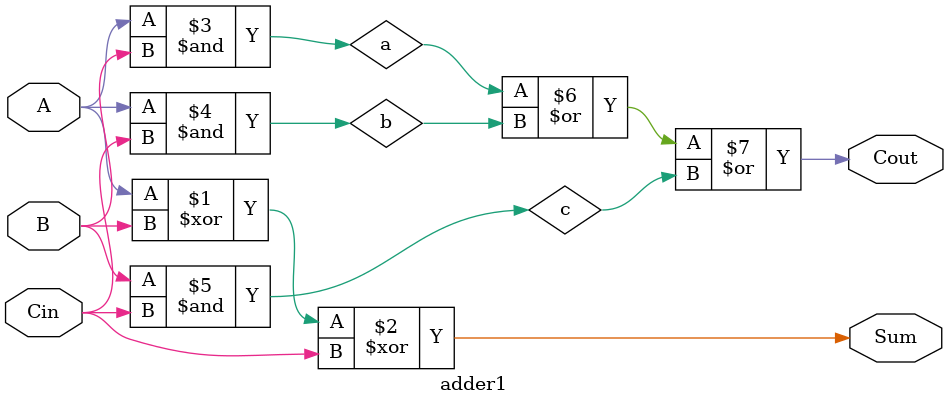
<source format=v>
module adder1 (
  input A, 
  input B, 
  input Cin, 
  output Sum, 
  output Cout
);
  xor x1 (Sum, A, B, Cin);
  and a1 (a, A, B);
  and a2 (b, A, Cin);
  and a3 (c, B, Cin);
  or o1 (Cout, a, b, c);
endmodule
</source>
